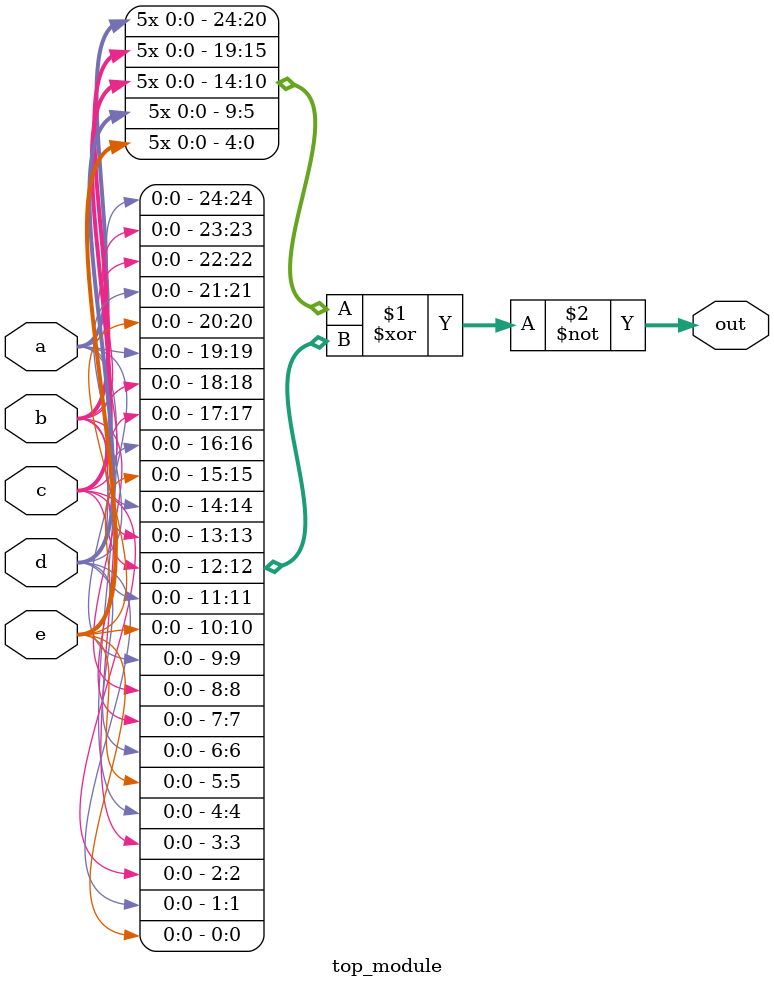
<source format=v>
module top_module (
    input a, b, c, d, e,
    output [24:0] out );//

    // The output is XNOR of two vectors created by 
    // concatenating and replicating the five inputs.
    // assign out = ~{ ... } ^ { ... };
    assign out = ~{{{5{a}},{5{b}},{5{c}},{5{d}},{5{e}}} ^ {{5{a,b,c,d,e}}}};
endmodule


</source>
